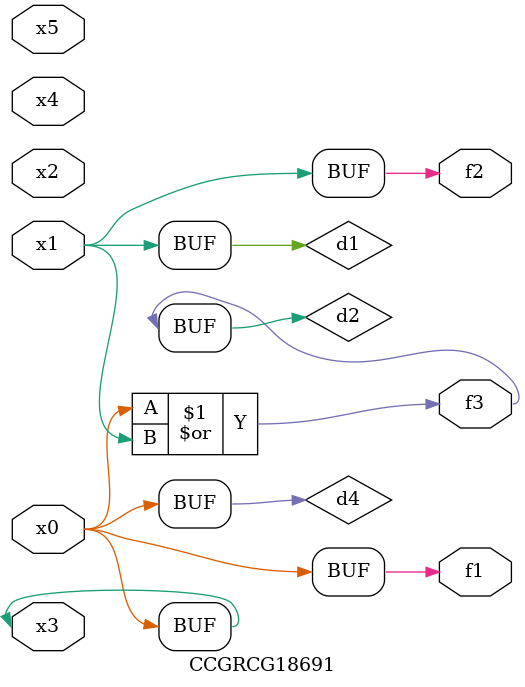
<source format=v>
module CCGRCG18691(
	input x0, x1, x2, x3, x4, x5,
	output f1, f2, f3
);

	wire d1, d2, d3, d4;

	and (d1, x1);
	or (d2, x0, x1);
	nand (d3, x0, x5);
	buf (d4, x0, x3);
	assign f1 = d4;
	assign f2 = d1;
	assign f3 = d2;
endmodule

</source>
